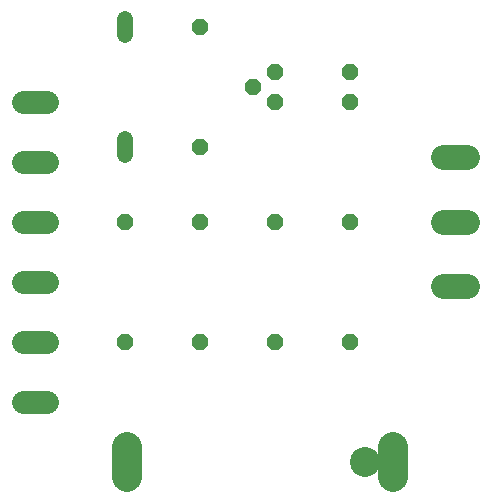
<source format=gbr>
G04 EAGLE Gerber X2 export*
%TF.Part,Single*%
%TF.FileFunction,Copper,L1,Top,Mixed*%
%TF.FilePolarity,Positive*%
%TF.GenerationSoftware,Autodesk,EAGLE,8.6.3*%
%TF.CreationDate,2019-07-23T16:48:33Z*%
G75*
%MOMM*%
%FSLAX34Y34*%
%LPD*%
%AMOC8*
5,1,8,0,0,1.08239X$1,22.5*%
G01*
%ADD10C,1.320800*%
%ADD11C,2.540000*%
%ADD12P,1.429621X8X112.500000*%
%ADD13C,2.095500*%
%ADD14C,1.981200*%
%ADD15C,2.540000*%


D10*
X152400Y451104D02*
X152400Y437896D01*
X152400Y349504D02*
X152400Y336296D01*
D11*
X154178Y88900D02*
X154178Y63500D01*
X379222Y63500D02*
X379222Y88900D01*
D12*
X342900Y381000D03*
X342900Y406400D03*
D13*
X421323Y224790D02*
X442278Y224790D01*
X442278Y279400D02*
X421323Y279400D01*
X421323Y334010D02*
X442278Y334010D01*
D12*
X215900Y342900D03*
X215900Y444500D03*
X152400Y177800D03*
X152400Y279400D03*
X215900Y177800D03*
X215900Y279400D03*
X279400Y177800D03*
X279400Y279400D03*
X342900Y177800D03*
X342900Y279400D03*
X279400Y406400D03*
X260350Y393700D03*
X279400Y381000D03*
D14*
X86106Y330454D02*
X66294Y330454D01*
X66294Y380746D02*
X86106Y380746D01*
X86106Y228854D02*
X66294Y228854D01*
X66294Y279146D02*
X86106Y279146D01*
X86106Y127254D02*
X66294Y127254D01*
X66294Y177546D02*
X86106Y177546D01*
D15*
X355600Y76200D03*
M02*

</source>
